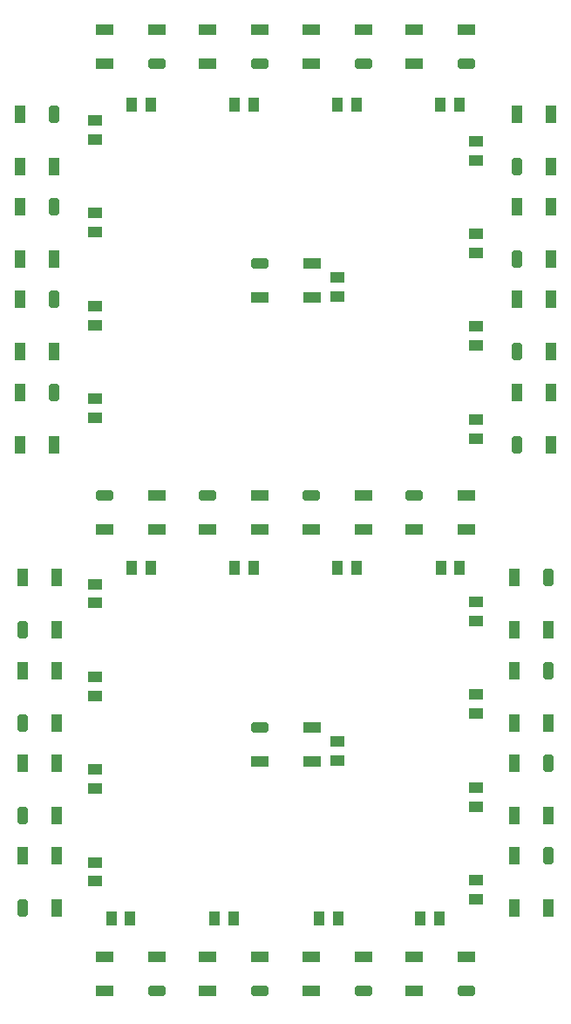
<source format=gtp>
G04*
G04 #@! TF.GenerationSoftware,Altium Limited,Altium Designer,20.2.6 (244)*
G04*
G04 Layer_Color=8421504*
%FSLAX25Y25*%
%MOIN*%
G70*
G04*
G04 #@! TF.SameCoordinates,5A4684AA-0BDD-4268-B9F4-3C1D46E6F2CF*
G04*
G04*
G04 #@! TF.FilePolarity,Positive*
G04*
G01*
G75*
%ADD14R,0.05512X0.03937*%
%ADD15R,0.03937X0.05512*%
%ADD16R,0.06693X0.03937*%
%ADD17R,0.06693X0.03937*%
G04:AMPARAMS|DCode=18|XSize=66.93mil|YSize=39.37mil|CornerRadius=9.84mil|HoleSize=0mil|Usage=FLASHONLY|Rotation=0.000|XOffset=0mil|YOffset=0mil|HoleType=Round|Shape=RoundedRectangle|*
%AMROUNDEDRECTD18*
21,1,0.06693,0.01968,0,0,0.0*
21,1,0.04724,0.03937,0,0,0.0*
1,1,0.01968,0.02362,-0.00984*
1,1,0.01968,-0.02362,-0.00984*
1,1,0.01968,-0.02362,0.00984*
1,1,0.01968,0.02362,0.00984*
%
%ADD18ROUNDEDRECTD18*%
%ADD19R,0.03937X0.06693*%
%ADD20R,0.03937X0.06693*%
G04:AMPARAMS|DCode=21|XSize=66.93mil|YSize=39.37mil|CornerRadius=9.84mil|HoleSize=0mil|Usage=FLASHONLY|Rotation=90.000|XOffset=0mil|YOffset=0mil|HoleType=Round|Shape=RoundedRectangle|*
%AMROUNDEDRECTD21*
21,1,0.06693,0.01968,0,0,90.0*
21,1,0.04724,0.03937,0,0,90.0*
1,1,0.01968,0.00984,0.02362*
1,1,0.01968,0.00984,-0.02362*
1,1,0.01968,-0.00984,-0.02362*
1,1,0.01968,-0.00984,0.02362*
%
%ADD21ROUNDEDRECTD21*%
D14*
X137795Y108957D02*
D03*
Y101673D02*
D03*
Y286122D02*
D03*
Y278839D02*
D03*
X45276Y346161D02*
D03*
Y338878D02*
D03*
Y310728D02*
D03*
Y303445D02*
D03*
Y275295D02*
D03*
Y268012D02*
D03*
Y239862D02*
D03*
Y232579D02*
D03*
X190945Y224705D02*
D03*
Y231988D02*
D03*
Y260138D02*
D03*
Y267421D02*
D03*
Y295571D02*
D03*
Y302854D02*
D03*
Y331004D02*
D03*
Y338287D02*
D03*
X45276Y55413D02*
D03*
Y62697D02*
D03*
Y90847D02*
D03*
Y98130D02*
D03*
Y126279D02*
D03*
Y133563D02*
D03*
Y161713D02*
D03*
Y168996D02*
D03*
X190945Y162106D02*
D03*
Y154823D02*
D03*
Y126786D02*
D03*
Y119502D02*
D03*
Y91240D02*
D03*
Y83957D02*
D03*
Y55807D02*
D03*
Y48524D02*
D03*
D15*
X184577Y352362D02*
D03*
X177293D02*
D03*
X145374D02*
D03*
X138091D02*
D03*
X106004D02*
D03*
X98721D02*
D03*
X66634D02*
D03*
X59350D02*
D03*
X59280Y175197D02*
D03*
X66563D02*
D03*
X98721D02*
D03*
X106004D02*
D03*
X138091D02*
D03*
X145374D02*
D03*
X177461D02*
D03*
X184744D02*
D03*
X176870Y41339D02*
D03*
X169587D02*
D03*
X138181D02*
D03*
X130898D02*
D03*
X98130D02*
D03*
X90847D02*
D03*
X58760D02*
D03*
X51476D02*
D03*
D16*
X128110Y101268D02*
D03*
X108110D02*
D03*
X128110Y278433D02*
D03*
X108110D02*
D03*
X167165Y381016D02*
D03*
X187165D02*
D03*
X127795D02*
D03*
X147795D02*
D03*
X88425D02*
D03*
X108425D02*
D03*
X49055D02*
D03*
X69055D02*
D03*
X187165Y189850D02*
D03*
X167165D02*
D03*
X147795D02*
D03*
X127795D02*
D03*
X108425D02*
D03*
X88425D02*
D03*
X69055D02*
D03*
X49055D02*
D03*
Y26685D02*
D03*
X69055D02*
D03*
X88425D02*
D03*
X108425D02*
D03*
X127795D02*
D03*
X147795D02*
D03*
X167165D02*
D03*
X187165D02*
D03*
D17*
X128110Y114268D02*
D03*
Y291433D02*
D03*
X167165Y368016D02*
D03*
X127795D02*
D03*
X88425D02*
D03*
X49055D02*
D03*
X187165Y202850D02*
D03*
X147795D02*
D03*
X108425D02*
D03*
X69055D02*
D03*
X49055Y13685D02*
D03*
X88425D02*
D03*
X127795D02*
D03*
X167165D02*
D03*
D18*
X108110Y114268D02*
D03*
Y291433D02*
D03*
X187165Y368016D02*
D03*
X147795D02*
D03*
X108425D02*
D03*
X69055D02*
D03*
X167165Y202850D02*
D03*
X127795D02*
D03*
X88425D02*
D03*
X49055D02*
D03*
X69055Y13685D02*
D03*
X108425D02*
D03*
X147795D02*
D03*
X187165D02*
D03*
D19*
X219598Y348583D02*
D03*
Y328583D02*
D03*
Y313150D02*
D03*
Y293150D02*
D03*
Y277716D02*
D03*
Y257716D02*
D03*
Y242284D02*
D03*
Y222284D02*
D03*
X205598Y151417D02*
D03*
Y171417D02*
D03*
Y115984D02*
D03*
Y135984D02*
D03*
Y80551D02*
D03*
Y100551D02*
D03*
Y45118D02*
D03*
Y65118D02*
D03*
X30622D02*
D03*
Y45118D02*
D03*
Y100551D02*
D03*
Y80551D02*
D03*
Y171417D02*
D03*
Y151417D02*
D03*
Y135984D02*
D03*
Y115984D02*
D03*
X16622Y222284D02*
D03*
Y242284D02*
D03*
Y257716D02*
D03*
Y277716D02*
D03*
Y293150D02*
D03*
Y313150D02*
D03*
Y328583D02*
D03*
Y348583D02*
D03*
D20*
X206598D02*
D03*
Y313150D02*
D03*
Y277716D02*
D03*
Y242284D02*
D03*
X218598Y151417D02*
D03*
Y115984D02*
D03*
Y80551D02*
D03*
Y45118D02*
D03*
X17622Y65118D02*
D03*
Y100551D02*
D03*
Y171417D02*
D03*
Y135984D02*
D03*
X29622Y222284D02*
D03*
Y257716D02*
D03*
Y293150D02*
D03*
Y328583D02*
D03*
D21*
X206598D02*
D03*
Y293150D02*
D03*
Y257716D02*
D03*
Y222284D02*
D03*
X218598Y171417D02*
D03*
Y135984D02*
D03*
Y100551D02*
D03*
Y65118D02*
D03*
X17622Y45118D02*
D03*
Y80551D02*
D03*
Y151417D02*
D03*
Y115984D02*
D03*
X29622Y242284D02*
D03*
Y277716D02*
D03*
Y313150D02*
D03*
Y348583D02*
D03*
M02*

</source>
